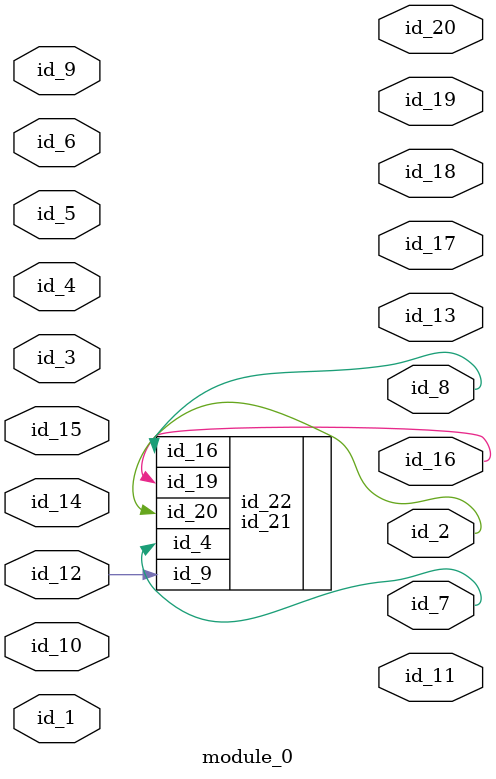
<source format=v>
`define pp_1 0
module module_0 (
    id_1,
    id_2,
    id_3,
    id_4,
    id_5,
    id_6,
    id_7,
    id_8,
    id_9,
    id_10,
    id_11,
    id_12,
    id_13,
    id_14,
    id_15,
    id_16,
    id_17,
    id_18,
    id_19,
    id_20
);
  output id_20;
  output id_19;
  output id_18;
  output id_17;
  output id_16;
  input id_15;
  input id_14;
  output id_13;
  input id_12;
  output id_11;
  input id_10;
  input id_9;
  output id_8;
  output id_7;
  input id_6;
  input id_5;
  input id_4;
  input id_3;
  output id_2;
  input id_1;
  id_21 id_22 (
      .id_4 (id_7),
      .id_9 (id_12),
      .id_19(id_16),
      .id_16(id_8),
      .id_20((id_2))
  );
  id_23 id_24 (
      .id_1 (id_4[id_12]),
      .id_8 (~id_15),
      .id_13(id_15),
      .id_14(id_9),
      .id_12(id_15)
  );
endmodule

</source>
